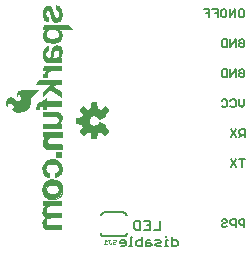
<source format=gbr>
G04 EAGLE Gerber RS-274X export*
G75*
%MOMM*%
%FSLAX34Y34*%
%LPD*%
%INSilkscreen Bottom*%
%IPPOS*%
%AMOC8*
5,1,8,0,0,1.08239X$1,22.5*%
G01*
%ADD10C,0.127000*%
%ADD11C,0.152400*%
%ADD12C,0.025400*%
%ADD13R,0.485100X0.495300*%
%ADD14C,0.203200*%

G36*
X112425Y97410D02*
X112425Y97410D01*
X112533Y97424D01*
X112545Y97430D01*
X112559Y97432D01*
X112655Y97484D01*
X112752Y97531D01*
X112762Y97541D01*
X112774Y97547D01*
X112848Y97627D01*
X112925Y97703D01*
X112931Y97715D01*
X112941Y97726D01*
X112986Y97824D01*
X113034Y97921D01*
X113038Y97939D01*
X113042Y97948D01*
X113044Y97969D01*
X113063Y98066D01*
X113506Y102417D01*
X114665Y102788D01*
X114683Y102798D01*
X114780Y102836D01*
X115862Y103393D01*
X119252Y100629D01*
X119346Y100575D01*
X119438Y100518D01*
X119451Y100515D01*
X119463Y100508D01*
X119570Y100487D01*
X119675Y100462D01*
X119689Y100464D01*
X119703Y100461D01*
X119810Y100476D01*
X119918Y100486D01*
X119931Y100492D01*
X119945Y100494D01*
X120042Y100542D01*
X120141Y100587D01*
X120154Y100598D01*
X120163Y100602D01*
X120178Y100618D01*
X120255Y100680D01*
X122840Y103265D01*
X122903Y103354D01*
X122969Y103439D01*
X122974Y103452D01*
X122982Y103464D01*
X123013Y103567D01*
X123049Y103670D01*
X123049Y103684D01*
X123053Y103697D01*
X123049Y103805D01*
X123050Y103914D01*
X123045Y103927D01*
X123045Y103941D01*
X123007Y104043D01*
X122972Y104145D01*
X122963Y104160D01*
X122959Y104169D01*
X122945Y104186D01*
X122891Y104268D01*
X120127Y107658D01*
X120684Y108740D01*
X120701Y108793D01*
X120727Y108842D01*
X120738Y108908D01*
X120759Y108972D01*
X120758Y109028D01*
X120767Y109082D01*
X120756Y109149D01*
X120755Y109216D01*
X120737Y109268D01*
X120728Y109323D01*
X120696Y109383D01*
X120673Y109446D01*
X120639Y109489D01*
X120613Y109539D01*
X120564Y109585D01*
X120522Y109637D01*
X120475Y109668D01*
X120435Y109706D01*
X120330Y109762D01*
X120317Y109770D01*
X120312Y109771D01*
X120305Y109775D01*
X115108Y111928D01*
X115009Y111951D01*
X114911Y111980D01*
X114890Y111979D01*
X114870Y111984D01*
X114769Y111974D01*
X114668Y111969D01*
X114648Y111962D01*
X114627Y111960D01*
X114535Y111918D01*
X114440Y111881D01*
X114424Y111868D01*
X114405Y111859D01*
X114331Y111790D01*
X114253Y111725D01*
X114237Y111702D01*
X114227Y111692D01*
X114215Y111671D01*
X114168Y111604D01*
X113662Y110705D01*
X113018Y110018D01*
X112230Y109503D01*
X111342Y109191D01*
X110405Y109099D01*
X109473Y109232D01*
X108599Y109583D01*
X107834Y110132D01*
X107221Y110846D01*
X106796Y111686D01*
X106582Y112603D01*
X106592Y113544D01*
X106826Y114456D01*
X107269Y115286D01*
X107898Y115987D01*
X108675Y116519D01*
X109556Y116850D01*
X110491Y116963D01*
X111408Y116855D01*
X112276Y116535D01*
X113045Y116021D01*
X113672Y115342D01*
X114167Y114458D01*
X114231Y114378D01*
X114291Y114295D01*
X114307Y114283D01*
X114320Y114267D01*
X114406Y114212D01*
X114489Y114152D01*
X114508Y114146D01*
X114525Y114136D01*
X114624Y114111D01*
X114723Y114081D01*
X114742Y114082D01*
X114762Y114077D01*
X114864Y114086D01*
X114966Y114089D01*
X114991Y114097D01*
X115005Y114098D01*
X115027Y114108D01*
X115108Y114132D01*
X120305Y116285D01*
X120352Y116314D01*
X120404Y116335D01*
X120455Y116378D01*
X120512Y116414D01*
X120547Y116457D01*
X120590Y116493D01*
X120624Y116550D01*
X120667Y116602D01*
X120686Y116654D01*
X120715Y116702D01*
X120729Y116768D01*
X120753Y116831D01*
X120755Y116886D01*
X120766Y116940D01*
X120759Y117007D01*
X120761Y117074D01*
X120745Y117128D01*
X120738Y117183D01*
X120694Y117294D01*
X120690Y117308D01*
X120687Y117312D01*
X120684Y117320D01*
X120127Y118402D01*
X122891Y121792D01*
X122945Y121886D01*
X123002Y121978D01*
X123005Y121991D01*
X123012Y122003D01*
X123033Y122110D01*
X123058Y122215D01*
X123056Y122229D01*
X123059Y122243D01*
X123044Y122350D01*
X123034Y122458D01*
X123028Y122471D01*
X123026Y122485D01*
X122978Y122582D01*
X122933Y122681D01*
X122922Y122694D01*
X122918Y122703D01*
X122902Y122718D01*
X122840Y122795D01*
X120255Y125380D01*
X120166Y125443D01*
X120081Y125509D01*
X120068Y125514D01*
X120056Y125522D01*
X119953Y125553D01*
X119850Y125589D01*
X119836Y125589D01*
X119823Y125593D01*
X119715Y125589D01*
X119606Y125590D01*
X119593Y125585D01*
X119579Y125585D01*
X119477Y125547D01*
X119375Y125512D01*
X119360Y125503D01*
X119351Y125499D01*
X119334Y125485D01*
X119252Y125431D01*
X115862Y122667D01*
X114780Y123224D01*
X114760Y123230D01*
X114665Y123272D01*
X113506Y123643D01*
X113063Y127994D01*
X113035Y128098D01*
X113010Y128204D01*
X113003Y128216D01*
X113000Y128229D01*
X112939Y128319D01*
X112882Y128412D01*
X112871Y128420D01*
X112863Y128432D01*
X112777Y128498D01*
X112693Y128567D01*
X112680Y128571D01*
X112669Y128580D01*
X112566Y128614D01*
X112465Y128653D01*
X112447Y128654D01*
X112438Y128658D01*
X112416Y128658D01*
X112318Y128667D01*
X108662Y128667D01*
X108555Y128650D01*
X108447Y128636D01*
X108435Y128630D01*
X108421Y128628D01*
X108325Y128576D01*
X108228Y128529D01*
X108218Y128519D01*
X108206Y128513D01*
X108132Y128433D01*
X108055Y128357D01*
X108049Y128345D01*
X108039Y128335D01*
X107994Y128236D01*
X107946Y128139D01*
X107942Y128121D01*
X107938Y128112D01*
X107936Y128091D01*
X107917Y127994D01*
X107474Y123643D01*
X106315Y123272D01*
X106297Y123262D01*
X106200Y123224D01*
X105118Y122667D01*
X101728Y125431D01*
X101634Y125485D01*
X101542Y125542D01*
X101529Y125545D01*
X101517Y125552D01*
X101410Y125573D01*
X101305Y125598D01*
X101291Y125596D01*
X101277Y125599D01*
X101170Y125584D01*
X101062Y125574D01*
X101049Y125568D01*
X101036Y125566D01*
X100938Y125518D01*
X100839Y125473D01*
X100826Y125462D01*
X100817Y125458D01*
X100802Y125442D01*
X100725Y125380D01*
X98140Y122795D01*
X98077Y122706D01*
X98011Y122621D01*
X98006Y122608D01*
X97998Y122596D01*
X97967Y122493D01*
X97931Y122390D01*
X97931Y122376D01*
X97927Y122363D01*
X97931Y122255D01*
X97930Y122146D01*
X97935Y122133D01*
X97935Y122119D01*
X97973Y122017D01*
X98008Y121915D01*
X98017Y121900D01*
X98021Y121891D01*
X98035Y121874D01*
X98089Y121792D01*
X100853Y118402D01*
X100296Y117320D01*
X100290Y117300D01*
X100248Y117205D01*
X99877Y116046D01*
X95526Y115603D01*
X95422Y115575D01*
X95316Y115550D01*
X95304Y115543D01*
X95291Y115540D01*
X95201Y115479D01*
X95108Y115422D01*
X95100Y115411D01*
X95088Y115403D01*
X95022Y115317D01*
X94954Y115233D01*
X94949Y115220D01*
X94940Y115209D01*
X94906Y115106D01*
X94867Y115005D01*
X94866Y114987D01*
X94862Y114978D01*
X94863Y114956D01*
X94853Y114858D01*
X94853Y111202D01*
X94870Y111095D01*
X94884Y110987D01*
X94890Y110975D01*
X94892Y110961D01*
X94944Y110865D01*
X94991Y110768D01*
X95001Y110758D01*
X95007Y110746D01*
X95087Y110672D01*
X95163Y110595D01*
X95175Y110589D01*
X95186Y110579D01*
X95284Y110534D01*
X95381Y110486D01*
X95399Y110482D01*
X95408Y110478D01*
X95429Y110476D01*
X95526Y110457D01*
X99877Y110014D01*
X100248Y108855D01*
X100258Y108837D01*
X100296Y108740D01*
X100853Y107658D01*
X98089Y104268D01*
X98035Y104174D01*
X97978Y104082D01*
X97975Y104069D01*
X97968Y104057D01*
X97947Y103950D01*
X97922Y103845D01*
X97924Y103831D01*
X97921Y103817D01*
X97936Y103710D01*
X97946Y103602D01*
X97952Y103589D01*
X97954Y103576D01*
X98002Y103478D01*
X98047Y103379D01*
X98058Y103366D01*
X98062Y103357D01*
X98078Y103342D01*
X98140Y103265D01*
X100725Y100680D01*
X100814Y100617D01*
X100899Y100551D01*
X100912Y100546D01*
X100924Y100538D01*
X101027Y100507D01*
X101130Y100471D01*
X101144Y100471D01*
X101157Y100467D01*
X101265Y100471D01*
X101374Y100470D01*
X101387Y100475D01*
X101401Y100475D01*
X101503Y100513D01*
X101605Y100548D01*
X101620Y100557D01*
X101629Y100561D01*
X101646Y100575D01*
X101728Y100629D01*
X105118Y103393D01*
X106200Y102836D01*
X106220Y102830D01*
X106315Y102788D01*
X107474Y102417D01*
X107917Y98066D01*
X107945Y97962D01*
X107970Y97856D01*
X107977Y97844D01*
X107980Y97831D01*
X108041Y97741D01*
X108098Y97648D01*
X108109Y97640D01*
X108117Y97628D01*
X108203Y97562D01*
X108287Y97494D01*
X108300Y97489D01*
X108311Y97480D01*
X108414Y97446D01*
X108515Y97407D01*
X108533Y97406D01*
X108542Y97402D01*
X108564Y97403D01*
X108662Y97393D01*
X112318Y97393D01*
X112425Y97410D01*
G37*
G36*
X47376Y119935D02*
X47376Y119935D01*
X47388Y119932D01*
X49295Y120220D01*
X49305Y120226D01*
X49317Y120226D01*
X51141Y120854D01*
X51150Y120861D01*
X51162Y120863D01*
X52843Y121810D01*
X52849Y121818D01*
X52860Y121821D01*
X53967Y122706D01*
X53971Y122714D01*
X53980Y122718D01*
X54007Y122746D01*
X54483Y123251D01*
X54952Y123749D01*
X54954Y123755D01*
X54956Y123756D01*
X54958Y123759D01*
X54963Y123763D01*
X55780Y124920D01*
X55782Y124930D01*
X55790Y124938D01*
X56390Y126168D01*
X56391Y126179D01*
X56399Y126189D01*
X56767Y127508D01*
X56765Y127519D01*
X56771Y127530D01*
X56895Y128894D01*
X56894Y128897D01*
X56894Y128898D01*
X56893Y128900D01*
X56895Y128905D01*
X56895Y131180D01*
X56960Y131548D01*
X57087Y131899D01*
X57676Y132889D01*
X58458Y133743D01*
X63940Y138615D01*
X63942Y138619D01*
X63947Y138621D01*
X63963Y138663D01*
X63982Y138704D01*
X63980Y138708D01*
X63982Y138713D01*
X63963Y138754D01*
X63948Y138796D01*
X63943Y138798D01*
X63941Y138802D01*
X63868Y138831D01*
X63857Y138835D01*
X63856Y138835D01*
X48692Y138835D01*
X48687Y138833D01*
X48681Y138835D01*
X47850Y138765D01*
X47839Y138759D01*
X47824Y138760D01*
X47025Y138520D01*
X47015Y138512D01*
X47001Y138510D01*
X46269Y138109D01*
X46261Y138099D01*
X46248Y138094D01*
X45698Y137624D01*
X45693Y137613D01*
X45681Y137606D01*
X45236Y137036D01*
X45233Y137024D01*
X45223Y137014D01*
X44902Y136366D01*
X44901Y136354D01*
X44893Y136342D01*
X44709Y135643D01*
X44711Y135632D01*
X44705Y135621D01*
X44632Y134681D01*
X44635Y134672D01*
X44632Y134661D01*
X44705Y133721D01*
X44707Y133717D01*
X44706Y133711D01*
X44782Y133228D01*
X44807Y133189D01*
X44828Y133149D01*
X44832Y133148D01*
X44834Y133145D01*
X44879Y133135D01*
X44923Y133123D01*
X44927Y133125D01*
X44931Y133124D01*
X44969Y133149D01*
X45008Y133173D01*
X45009Y133177D01*
X45013Y133179D01*
X45021Y133220D01*
X45033Y133260D01*
X45017Y133418D01*
X45045Y133556D01*
X45116Y133689D01*
X45715Y134513D01*
X45813Y134614D01*
X45829Y134631D01*
X45967Y134703D01*
X46382Y134796D01*
X46810Y134796D01*
X47226Y134703D01*
X47630Y134497D01*
X47958Y134184D01*
X48323Y133578D01*
X48530Y132900D01*
X48565Y132189D01*
X48468Y131579D01*
X48270Y130993D01*
X47977Y130450D01*
X47612Y130025D01*
X47152Y129710D01*
X46627Y129524D01*
X46071Y129481D01*
X45523Y129583D01*
X45020Y129823D01*
X44585Y130193D01*
X43044Y131646D01*
X43034Y131649D01*
X43028Y131658D01*
X41270Y132845D01*
X41257Y132847D01*
X41247Y132857D01*
X40559Y133137D01*
X40544Y133136D01*
X40529Y133145D01*
X39794Y133244D01*
X39779Y133240D01*
X39762Y133245D01*
X39025Y133158D01*
X39012Y133150D01*
X38994Y133150D01*
X38302Y132883D01*
X38291Y132872D01*
X38274Y132868D01*
X37671Y132437D01*
X37664Y132427D01*
X37652Y132421D01*
X37504Y132265D01*
X37504Y132264D01*
X37265Y132012D01*
X37027Y131760D01*
X37026Y131760D01*
X36994Y131725D01*
X36991Y131717D01*
X36983Y131712D01*
X36423Y130935D01*
X36420Y130925D01*
X36412Y130917D01*
X36024Y130137D01*
X36023Y130125D01*
X36015Y130114D01*
X35784Y129274D01*
X35785Y129262D01*
X35779Y129250D01*
X35713Y128382D01*
X35717Y128372D01*
X35713Y128360D01*
X35799Y127460D01*
X35803Y127451D01*
X35802Y127441D01*
X36022Y126563D01*
X36028Y126555D01*
X36029Y126543D01*
X36130Y126315D01*
X36282Y125959D01*
X36282Y125958D01*
X36503Y125454D01*
X36514Y125444D01*
X36519Y125427D01*
X36857Y124992D01*
X36864Y124989D01*
X36868Y124981D01*
X36893Y124956D01*
X36894Y124953D01*
X36986Y124918D01*
X37075Y124959D01*
X37108Y125044D01*
X37108Y125647D01*
X37166Y126158D01*
X37304Y126648D01*
X37559Y127129D01*
X37929Y127524D01*
X38389Y127810D01*
X38908Y127967D01*
X39211Y127979D01*
X39511Y127920D01*
X40005Y127714D01*
X40463Y127431D01*
X40873Y127080D01*
X41227Y126668D01*
X41878Y125766D01*
X42127Y125278D01*
X42225Y124749D01*
X42167Y124210D01*
X42102Y124036D01*
X41853Y123675D01*
X41514Y123401D01*
X41412Y123357D01*
X41291Y123341D01*
X40411Y123341D01*
X40370Y123324D01*
X40328Y123310D01*
X40326Y123305D01*
X40320Y123303D01*
X40304Y123262D01*
X40285Y123222D01*
X40287Y123216D01*
X40285Y123211D01*
X40297Y123184D01*
X40313Y123135D01*
X41234Y122009D01*
X41246Y122003D01*
X41253Y121991D01*
X42390Y121084D01*
X42401Y121081D01*
X42409Y121072D01*
X43343Y120570D01*
X43353Y120569D01*
X43361Y120563D01*
X44359Y120205D01*
X44368Y120205D01*
X44377Y120200D01*
X45416Y119993D01*
X45427Y119995D01*
X45437Y119991D01*
X47365Y119931D01*
X47376Y119935D01*
G37*
G36*
X77426Y178461D02*
X77426Y178461D01*
X77436Y178466D01*
X77448Y178464D01*
X78824Y178787D01*
X78833Y178794D01*
X78845Y178794D01*
X80145Y179350D01*
X80153Y179358D01*
X80164Y179360D01*
X81349Y180132D01*
X81355Y180141D01*
X81366Y180146D01*
X82073Y180803D01*
X82077Y180813D01*
X82087Y180819D01*
X82672Y181587D01*
X82674Y181598D01*
X82683Y181605D01*
X83129Y182461D01*
X83130Y182472D01*
X83138Y182481D01*
X83432Y183400D01*
X83431Y183410D01*
X83437Y183420D01*
X83626Y184632D01*
X83624Y184641D01*
X83627Y184650D01*
X83644Y185877D01*
X83641Y185885D01*
X83643Y185895D01*
X83488Y187112D01*
X83483Y187122D01*
X83483Y187134D01*
X83219Y187978D01*
X83211Y187988D01*
X83208Y188003D01*
X82771Y188772D01*
X82761Y188780D01*
X82756Y188794D01*
X82166Y189454D01*
X82154Y189460D01*
X82146Y189472D01*
X81430Y189992D01*
X81428Y189993D01*
X92532Y189993D01*
X92576Y190011D01*
X92620Y190028D01*
X92620Y190030D01*
X92623Y190031D01*
X92640Y190075D01*
X92658Y190119D01*
X92657Y190121D01*
X92658Y190123D01*
X92649Y190144D01*
X92626Y190204D01*
X88892Y194344D01*
X88886Y194346D01*
X88883Y194352D01*
X88823Y194376D01*
X88803Y194385D01*
X88800Y194384D01*
X88798Y194385D01*
X68224Y194385D01*
X68187Y194370D01*
X68148Y194360D01*
X68142Y194351D01*
X68133Y194347D01*
X68122Y194319D01*
X68100Y194283D01*
X67364Y190397D01*
X67367Y190382D01*
X67362Y190367D01*
X67377Y190335D01*
X67385Y190300D01*
X67398Y190292D01*
X67404Y190279D01*
X67443Y190264D01*
X67468Y190248D01*
X67479Y190251D01*
X67490Y190247D01*
X69407Y190271D01*
X69258Y190137D01*
X69257Y190136D01*
X69256Y190136D01*
X68291Y189247D01*
X68289Y189241D01*
X68282Y189237D01*
X67981Y188894D01*
X67977Y188883D01*
X67967Y188875D01*
X67734Y188481D01*
X67733Y188472D01*
X67726Y188464D01*
X67193Y187143D01*
X67193Y187132D01*
X67187Y187122D01*
X67085Y186640D01*
X67087Y186628D01*
X67082Y186616D01*
X67057Y184635D01*
X67061Y184624D01*
X67059Y184612D01*
X67242Y183527D01*
X67249Y183517D01*
X67249Y183503D01*
X67649Y182478D01*
X67657Y182471D01*
X67659Y182459D01*
X68200Y181557D01*
X68206Y181552D01*
X68209Y181543D01*
X68862Y180719D01*
X68872Y180713D01*
X68877Y180703D01*
X69767Y179911D01*
X69780Y179907D01*
X69789Y179895D01*
X70830Y179316D01*
X70842Y179314D01*
X70853Y179306D01*
X72966Y178632D01*
X72977Y178633D01*
X72988Y178627D01*
X75188Y178344D01*
X75199Y178347D01*
X75211Y178343D01*
X77426Y178461D01*
G37*
G36*
X83187Y20322D02*
X83187Y20322D01*
X83189Y20321D01*
X83232Y20341D01*
X83276Y20359D01*
X83276Y20361D01*
X83278Y20362D01*
X83311Y20447D01*
X83311Y24689D01*
X83310Y24691D01*
X83311Y24693D01*
X83291Y24736D01*
X83273Y24780D01*
X83271Y24780D01*
X83270Y24782D01*
X83185Y24815D01*
X72906Y24815D01*
X72026Y24922D01*
X71204Y25234D01*
X70821Y25495D01*
X70507Y25838D01*
X70281Y26244D01*
X70153Y26692D01*
X70085Y27596D01*
X70177Y28499D01*
X70303Y28909D01*
X70513Y29281D01*
X70799Y29599D01*
X71327Y29984D01*
X71922Y30257D01*
X72561Y30406D01*
X73664Y30481D01*
X83185Y30481D01*
X83187Y30482D01*
X83189Y30481D01*
X83232Y30501D01*
X83276Y30519D01*
X83276Y30521D01*
X83278Y30522D01*
X83311Y30607D01*
X83311Y34925D01*
X83310Y34927D01*
X83311Y34929D01*
X83291Y34972D01*
X83273Y35016D01*
X83271Y35016D01*
X83270Y35018D01*
X83185Y35051D01*
X72626Y35051D01*
X71963Y35131D01*
X71344Y35362D01*
X70797Y35732D01*
X70479Y36079D01*
X70246Y36488D01*
X70110Y36938D01*
X70079Y37415D01*
X70128Y38263D01*
X70210Y38703D01*
X70388Y39107D01*
X70654Y39462D01*
X71598Y40281D01*
X72136Y40565D01*
X72727Y40696D01*
X73349Y40666D01*
X73352Y40667D01*
X73355Y40666D01*
X83160Y40666D01*
X83162Y40667D01*
X83164Y40666D01*
X83207Y40686D01*
X83251Y40704D01*
X83251Y40706D01*
X83253Y40707D01*
X83286Y40792D01*
X83286Y45110D01*
X83285Y45112D01*
X83286Y45114D01*
X83266Y45157D01*
X83248Y45201D01*
X83246Y45201D01*
X83245Y45203D01*
X83160Y45236D01*
X67107Y45236D01*
X67105Y45235D01*
X67103Y45236D01*
X67060Y45216D01*
X67016Y45198D01*
X67016Y45196D01*
X67014Y45195D01*
X66981Y45110D01*
X66981Y41123D01*
X66982Y41121D01*
X66981Y41119D01*
X67001Y41076D01*
X67019Y41032D01*
X67021Y41032D01*
X67022Y41030D01*
X67107Y40997D01*
X69160Y40997D01*
X69153Y40966D01*
X68757Y40664D01*
X68754Y40658D01*
X68746Y40655D01*
X67959Y39893D01*
X67956Y39885D01*
X67949Y39881D01*
X67337Y39119D01*
X67333Y39105D01*
X67320Y39093D01*
X66916Y38203D01*
X66916Y38191D01*
X66908Y38180D01*
X66654Y37088D01*
X66656Y37079D01*
X66651Y37071D01*
X66524Y35699D01*
X66527Y35689D01*
X66524Y35678D01*
X66594Y34721D01*
X66599Y34711D01*
X66598Y34709D01*
X66599Y34707D01*
X66598Y34696D01*
X66859Y33773D01*
X66866Y33763D01*
X66868Y33750D01*
X67271Y32960D01*
X67280Y32952D01*
X67284Y32939D01*
X67830Y32241D01*
X67841Y32235D01*
X67847Y32223D01*
X68516Y31641D01*
X68528Y31638D01*
X68536Y31627D01*
X69194Y31247D01*
X69152Y31205D01*
X68671Y30750D01*
X68670Y30747D01*
X68667Y30746D01*
X67908Y29958D01*
X67905Y29949D01*
X67896Y29944D01*
X67258Y29055D01*
X67256Y29044D01*
X67248Y29036D01*
X66854Y28231D01*
X66854Y28219D01*
X66846Y28208D01*
X66614Y27343D01*
X66616Y27331D01*
X66610Y27319D01*
X66549Y26425D01*
X66552Y26416D01*
X66549Y26405D01*
X66656Y25126D01*
X66660Y25119D01*
X66658Y25112D01*
X66907Y23852D01*
X66913Y23843D01*
X66913Y23831D01*
X67239Y22965D01*
X67249Y22955D01*
X67252Y22940D01*
X67759Y22166D01*
X67771Y22159D01*
X67777Y22145D01*
X68441Y21499D01*
X68452Y21495D01*
X68455Y21490D01*
X68458Y21489D01*
X68462Y21483D01*
X69401Y20895D01*
X69414Y20893D01*
X69424Y20883D01*
X70463Y20497D01*
X70476Y20498D01*
X70488Y20491D01*
X71584Y20322D01*
X71593Y20325D01*
X71603Y20321D01*
X83185Y20321D01*
X83187Y20322D01*
G37*
G36*
X83188Y161683D02*
X83188Y161683D01*
X83214Y161684D01*
X83231Y161703D01*
X83253Y161713D01*
X83264Y161740D01*
X83280Y161758D01*
X83278Y161777D01*
X83286Y161798D01*
X83286Y165832D01*
X83289Y165868D01*
X83280Y165896D01*
X83276Y165936D01*
X83257Y165973D01*
X83235Y165992D01*
X83211Y166024D01*
X83175Y166046D01*
X83158Y166048D01*
X83142Y166060D01*
X82862Y166136D01*
X82859Y166135D01*
X82856Y166137D01*
X81827Y166364D01*
X81804Y166374D01*
X81798Y166380D01*
X81796Y166388D01*
X81797Y166397D01*
X81813Y166421D01*
X82516Y167248D01*
X82520Y167259D01*
X82530Y167268D01*
X83070Y168219D01*
X83071Y168230D01*
X83080Y168240D01*
X83432Y169275D01*
X83431Y169287D01*
X83437Y169297D01*
X83678Y170915D01*
X83675Y170925D01*
X83679Y170936D01*
X83641Y172571D01*
X83636Y172582D01*
X83638Y172596D01*
X83330Y173968D01*
X83322Y173979D01*
X83321Y173994D01*
X82715Y175263D01*
X82705Y175272D01*
X82701Y175286D01*
X82359Y175734D01*
X82349Y175740D01*
X82343Y175752D01*
X81923Y176129D01*
X81912Y176133D01*
X81904Y176143D01*
X81421Y176435D01*
X81410Y176437D01*
X81400Y176445D01*
X80407Y176818D01*
X80396Y176818D01*
X80385Y176824D01*
X79341Y177013D01*
X79330Y177010D01*
X79318Y177015D01*
X78257Y177012D01*
X78245Y177007D01*
X78230Y177009D01*
X77289Y176803D01*
X77277Y176794D01*
X77260Y176793D01*
X76398Y176364D01*
X76389Y176354D01*
X76374Y176349D01*
X75765Y175851D01*
X75759Y175840D01*
X75747Y175833D01*
X75249Y175223D01*
X75246Y175211D01*
X75235Y175202D01*
X74869Y174506D01*
X74868Y174495D01*
X74861Y174486D01*
X74377Y173001D01*
X74378Y172993D01*
X74373Y172984D01*
X74095Y171447D01*
X74096Y171443D01*
X74093Y171438D01*
X73865Y169232D01*
X73639Y167926D01*
X73474Y167457D01*
X73228Y167029D01*
X72967Y166745D01*
X72880Y166685D01*
X72783Y166643D01*
X72262Y166532D01*
X71731Y166532D01*
X71210Y166643D01*
X70896Y166782D01*
X70617Y166981D01*
X70383Y167234D01*
X70190Y167548D01*
X70062Y167894D01*
X70001Y168263D01*
X69951Y169618D01*
X70005Y170205D01*
X70170Y170766D01*
X70425Y171230D01*
X70781Y171620D01*
X71219Y171915D01*
X71714Y172099D01*
X72246Y172162D01*
X72288Y172162D01*
X72290Y172163D01*
X72292Y172162D01*
X72335Y172182D01*
X72379Y172200D01*
X72379Y172202D01*
X72381Y172203D01*
X72414Y172288D01*
X72414Y176429D01*
X72416Y176430D01*
X72426Y176472D01*
X72440Y176514D01*
X72437Y176520D01*
X72438Y176526D01*
X72422Y176551D01*
X72402Y176596D01*
X72376Y176621D01*
X72333Y176637D01*
X72284Y176656D01*
X72241Y176636D01*
X72198Y176617D01*
X71307Y176495D01*
X71296Y176489D01*
X71281Y176489D01*
X70340Y176155D01*
X70330Y176146D01*
X70316Y176143D01*
X69463Y175624D01*
X69455Y175613D01*
X69442Y175608D01*
X68712Y174925D01*
X68707Y174913D01*
X68695Y174905D01*
X68121Y174088D01*
X68118Y174076D01*
X68109Y174067D01*
X67580Y172909D01*
X67580Y172899D01*
X67573Y172890D01*
X67239Y171661D01*
X67240Y171652D01*
X67236Y171643D01*
X67022Y169903D01*
X67025Y169895D01*
X67022Y169887D01*
X67030Y168133D01*
X67033Y168126D01*
X67031Y168117D01*
X67261Y166378D01*
X67266Y166370D01*
X67265Y166359D01*
X67690Y164945D01*
X67698Y164936D01*
X67699Y164922D01*
X68393Y163619D01*
X68403Y163610D01*
X68408Y163596D01*
X68891Y163034D01*
X68905Y163027D01*
X68914Y163013D01*
X69519Y162586D01*
X69534Y162583D01*
X69546Y162571D01*
X70237Y162304D01*
X70252Y162305D01*
X70267Y162297D01*
X71003Y162206D01*
X71010Y162208D01*
X71018Y162205D01*
X75844Y162205D01*
X75846Y162206D01*
X75848Y162205D01*
X75863Y162212D01*
X75947Y162180D01*
X80285Y162205D01*
X81622Y162103D01*
X82917Y161754D01*
X83116Y161680D01*
X83141Y161681D01*
X83164Y161672D01*
X83188Y161683D01*
G37*
G36*
X83225Y132238D02*
X83225Y132238D01*
X83237Y132236D01*
X83268Y132258D01*
X83304Y132275D01*
X83308Y132286D01*
X83317Y132292D01*
X83322Y132322D01*
X83336Y132360D01*
X83311Y137440D01*
X83304Y137457D01*
X83306Y137475D01*
X83284Y137504D01*
X83272Y137530D01*
X83260Y137535D01*
X83250Y137547D01*
X76272Y141780D01*
X76478Y141992D01*
X76600Y142119D01*
X76723Y142245D01*
X77091Y142624D01*
X77214Y142750D01*
X77337Y142876D01*
X77705Y143255D01*
X77827Y143381D01*
X77879Y143435D01*
X83287Y143435D01*
X83289Y143436D01*
X83291Y143435D01*
X83334Y143455D01*
X83378Y143473D01*
X83378Y143475D01*
X83380Y143476D01*
X83413Y143561D01*
X83413Y147701D01*
X83412Y147704D01*
X83413Y147707D01*
X83376Y147790D01*
X83325Y147841D01*
X83322Y147843D01*
X83321Y147845D01*
X83236Y147878D01*
X63906Y147878D01*
X63887Y147870D01*
X63867Y147872D01*
X63840Y147851D01*
X63815Y147840D01*
X63810Y147826D01*
X63796Y147815D01*
X61434Y143675D01*
X61430Y143640D01*
X61418Y143608D01*
X61425Y143593D01*
X61423Y143577D01*
X61445Y143550D01*
X61459Y143519D01*
X61475Y143512D01*
X61485Y143500D01*
X61512Y143498D01*
X61544Y143486D01*
X72974Y143486D01*
X67500Y138011D01*
X67499Y138008D01*
X67496Y138007D01*
X67463Y137922D01*
X67463Y133248D01*
X67463Y133246D01*
X67463Y133245D01*
X67483Y133201D01*
X67501Y133157D01*
X67503Y133157D01*
X67504Y133155D01*
X67548Y133139D01*
X67593Y133122D01*
X67595Y133123D01*
X67596Y133122D01*
X67679Y133160D01*
X73245Y138851D01*
X83140Y132254D01*
X83178Y132247D01*
X83215Y132233D01*
X83225Y132238D01*
G37*
G36*
X83187Y106022D02*
X83187Y106022D01*
X83189Y106021D01*
X83232Y106041D01*
X83276Y106059D01*
X83276Y106061D01*
X83278Y106062D01*
X83311Y106147D01*
X83311Y110160D01*
X83310Y110162D01*
X83311Y110164D01*
X83291Y110207D01*
X83273Y110251D01*
X83271Y110251D01*
X83270Y110253D01*
X83185Y110286D01*
X81128Y110286D01*
X81769Y110793D01*
X81773Y110801D01*
X81782Y110805D01*
X81831Y110857D01*
X81951Y110983D01*
X82071Y111109D01*
X82190Y111235D01*
X82310Y111362D01*
X82430Y111488D01*
X82550Y111614D01*
X82567Y111632D01*
X82570Y111641D01*
X82578Y111646D01*
X83237Y112576D01*
X83239Y112585D01*
X83247Y112593D01*
X83370Y112838D01*
X83370Y112849D01*
X83377Y112858D01*
X83458Y113120D01*
X83457Y113129D01*
X83462Y113138D01*
X83686Y114616D01*
X83683Y114624D01*
X83687Y114632D01*
X83717Y116126D01*
X83713Y116136D01*
X83716Y116147D01*
X83569Y117180D01*
X83563Y117191D01*
X83563Y117204D01*
X83220Y118190D01*
X83212Y118199D01*
X83210Y118212D01*
X82684Y119114D01*
X82674Y119121D01*
X82669Y119134D01*
X82441Y119388D01*
X82430Y119394D01*
X82422Y119405D01*
X81537Y120066D01*
X81526Y120068D01*
X81517Y120078D01*
X80527Y120566D01*
X80515Y120566D01*
X80505Y120574D01*
X79442Y120874D01*
X79431Y120872D01*
X79419Y120878D01*
X78320Y120979D01*
X78314Y120977D01*
X78308Y120979D01*
X67513Y120979D01*
X67511Y120978D01*
X67509Y120979D01*
X67466Y120959D01*
X67422Y120941D01*
X67422Y120939D01*
X67420Y120938D01*
X67387Y120853D01*
X67387Y116713D01*
X67388Y116711D01*
X67387Y116709D01*
X67407Y116666D01*
X67425Y116622D01*
X67427Y116622D01*
X67428Y116620D01*
X67513Y116587D01*
X77510Y116587D01*
X78340Y116438D01*
X79108Y116095D01*
X79470Y115823D01*
X79771Y115482D01*
X79996Y115087D01*
X80219Y114398D01*
X80299Y113679D01*
X80232Y112958D01*
X80020Y112267D01*
X79732Y111757D01*
X79335Y111326D01*
X78850Y110999D01*
X78300Y110790D01*
X77096Y110565D01*
X75866Y110489D01*
X67564Y110489D01*
X67562Y110488D01*
X67560Y110489D01*
X67517Y110469D01*
X67473Y110451D01*
X67473Y110449D01*
X67471Y110448D01*
X67438Y110363D01*
X67438Y106147D01*
X67439Y106145D01*
X67438Y106143D01*
X67458Y106100D01*
X67476Y106056D01*
X67478Y106056D01*
X67479Y106054D01*
X67564Y106021D01*
X83185Y106021D01*
X83187Y106022D01*
G37*
G36*
X83162Y88877D02*
X83162Y88877D01*
X83164Y88876D01*
X83207Y88896D01*
X83251Y88914D01*
X83251Y88916D01*
X83253Y88917D01*
X83286Y89002D01*
X83286Y93091D01*
X83285Y93093D01*
X83286Y93095D01*
X83266Y93138D01*
X83248Y93182D01*
X83246Y93182D01*
X83245Y93184D01*
X83160Y93217D01*
X73514Y93217D01*
X72796Y93282D01*
X72108Y93473D01*
X71466Y93783D01*
X71079Y94079D01*
X70770Y94453D01*
X70553Y94888D01*
X70476Y95188D01*
X70459Y95504D01*
X70509Y96609D01*
X70596Y97165D01*
X70800Y97681D01*
X71114Y98138D01*
X71683Y98655D01*
X72362Y99018D01*
X73112Y99235D01*
X73895Y99315D01*
X83261Y99315D01*
X83263Y99316D01*
X83265Y99315D01*
X83308Y99335D01*
X83352Y99353D01*
X83352Y99355D01*
X83354Y99356D01*
X83387Y99441D01*
X83387Y103657D01*
X83386Y103659D01*
X83387Y103661D01*
X83367Y103704D01*
X83349Y103748D01*
X83347Y103748D01*
X83346Y103750D01*
X83261Y103783D01*
X67539Y103783D01*
X67537Y103782D01*
X67535Y103783D01*
X67492Y103763D01*
X67448Y103745D01*
X67448Y103743D01*
X67446Y103742D01*
X67413Y103657D01*
X67413Y99619D01*
X67414Y99617D01*
X67413Y99615D01*
X67433Y99572D01*
X67451Y99528D01*
X67453Y99528D01*
X67454Y99526D01*
X67539Y99493D01*
X69607Y99493D01*
X69578Y99451D01*
X69442Y99337D01*
X69064Y99060D01*
X69062Y99056D01*
X69057Y99054D01*
X68584Y98652D01*
X68580Y98645D01*
X68572Y98641D01*
X68156Y98180D01*
X68153Y98170D01*
X68143Y98162D01*
X67576Y97264D01*
X67573Y97251D01*
X67564Y97240D01*
X67195Y96244D01*
X67195Y96231D01*
X67188Y96218D01*
X67033Y95166D01*
X67036Y95156D01*
X67032Y95145D01*
X67040Y94806D01*
X67040Y94805D01*
X67062Y93922D01*
X67072Y93543D01*
X67082Y93139D01*
X67086Y93129D01*
X67084Y93116D01*
X67290Y92139D01*
X67298Y92127D01*
X67299Y92111D01*
X67721Y91206D01*
X67732Y91197D01*
X67736Y91182D01*
X68354Y90397D01*
X68365Y90391D01*
X68371Y90379D01*
X68946Y89890D01*
X68957Y89887D01*
X68964Y89877D01*
X69613Y89493D01*
X69624Y89491D01*
X69633Y89483D01*
X70338Y89214D01*
X70347Y89214D01*
X70356Y89209D01*
X71463Y88969D01*
X71472Y88971D01*
X71480Y88967D01*
X72609Y88876D01*
X72614Y88878D01*
X72619Y88876D01*
X83160Y88876D01*
X83162Y88877D01*
G37*
G36*
X76774Y47068D02*
X76774Y47068D01*
X76782Y47072D01*
X76793Y47071D01*
X79257Y47757D01*
X79271Y47768D01*
X79290Y47772D01*
X80585Y48585D01*
X80594Y48597D01*
X80609Y48605D01*
X81752Y49799D01*
X81756Y49808D01*
X81764Y49813D01*
X82551Y50930D01*
X82555Y50947D01*
X82567Y50962D01*
X83202Y52816D01*
X83201Y52830D01*
X83209Y52844D01*
X83463Y55359D01*
X83458Y55373D01*
X83462Y55389D01*
X83056Y58386D01*
X83044Y58407D01*
X83038Y58436D01*
X81260Y61281D01*
X81248Y61290D01*
X81243Y61299D01*
X81234Y61302D01*
X81221Y61320D01*
X78732Y62920D01*
X78709Y62924D01*
X78684Y62939D01*
X74798Y63549D01*
X74776Y63543D01*
X74750Y63547D01*
X71194Y62734D01*
X71173Y62719D01*
X71144Y62710D01*
X68426Y60576D01*
X68414Y60554D01*
X68391Y60533D01*
X66714Y57155D01*
X66713Y57135D01*
X66702Y57114D01*
X66525Y55641D01*
X66527Y55634D01*
X66524Y55626D01*
X66524Y55575D01*
X66532Y55555D01*
X66533Y55529D01*
X66583Y55402D01*
X66603Y55381D01*
X66615Y55355D01*
X66637Y55346D01*
X66652Y55331D01*
X66675Y55332D01*
X66700Y55322D01*
X69621Y55322D01*
X69661Y55339D01*
X69702Y55351D01*
X69706Y55358D01*
X69712Y55360D01*
X69723Y55388D01*
X69746Y55431D01*
X69896Y56526D01*
X70531Y57674D01*
X71615Y58462D01*
X72504Y58858D01*
X73978Y59132D01*
X75837Y59183D01*
X77086Y59008D01*
X78234Y58633D01*
X79261Y58095D01*
X80269Y56447D01*
X80491Y54699D01*
X79899Y52948D01*
X78918Y51869D01*
X77708Y51326D01*
X76160Y50951D01*
X74735Y50951D01*
X72806Y51202D01*
X71194Y51946D01*
X70385Y52780D01*
X69872Y53733D01*
X69773Y54920D01*
X69773Y55016D01*
X69772Y55019D01*
X69773Y55022D01*
X69753Y55064D01*
X69735Y55107D01*
X69732Y55108D01*
X69730Y55111D01*
X69645Y55142D01*
X69643Y55142D01*
X66673Y55092D01*
X66664Y55088D01*
X66655Y55091D01*
X66620Y55069D01*
X66583Y55052D01*
X66580Y55044D01*
X66572Y55039D01*
X66559Y54987D01*
X66549Y54960D01*
X66551Y54955D01*
X66550Y54950D01*
X66804Y52943D01*
X66810Y52932D01*
X66810Y52918D01*
X67369Y51292D01*
X67380Y51280D01*
X67384Y51261D01*
X68755Y49280D01*
X68768Y49272D01*
X68777Y49256D01*
X70047Y48164D01*
X70063Y48159D01*
X70078Y48145D01*
X72415Y47104D01*
X72432Y47103D01*
X72450Y47094D01*
X74635Y46814D01*
X74650Y46818D01*
X74666Y46814D01*
X76774Y47068D01*
G37*
G36*
X79384Y196292D02*
X79384Y196292D01*
X79392Y196296D01*
X79402Y196295D01*
X80066Y196438D01*
X80076Y196444D01*
X80089Y196445D01*
X80714Y196711D01*
X80723Y196719D01*
X80735Y196722D01*
X81299Y197101D01*
X81306Y197111D01*
X81317Y197116D01*
X82060Y197842D01*
X82064Y197852D01*
X82075Y197858D01*
X82681Y198702D01*
X82683Y198712D01*
X82692Y198721D01*
X83143Y199656D01*
X83144Y199667D01*
X83151Y199677D01*
X83434Y200677D01*
X83432Y200685D01*
X83437Y200694D01*
X83619Y202008D01*
X83618Y202015D01*
X83620Y202021D01*
X83667Y203348D01*
X83665Y203354D01*
X83667Y203361D01*
X83489Y205927D01*
X83484Y205936D01*
X83486Y205946D01*
X83274Y206867D01*
X83266Y206878D01*
X83265Y206892D01*
X82868Y207749D01*
X82861Y207755D01*
X82859Y207764D01*
X82097Y208958D01*
X82091Y208963D01*
X82088Y208971D01*
X81657Y209486D01*
X81646Y209491D01*
X81640Y209503D01*
X81116Y209923D01*
X81105Y209927D01*
X81096Y209937D01*
X80500Y210246D01*
X80491Y210247D01*
X80483Y210254D01*
X79213Y210686D01*
X79203Y210685D01*
X79194Y210690D01*
X78610Y210792D01*
X78603Y210791D01*
X78597Y210794D01*
X78241Y210819D01*
X78234Y210817D01*
X78228Y210819D01*
X78202Y210807D01*
X78172Y210804D01*
X78171Y210803D01*
X78170Y210803D01*
X78161Y210792D01*
X78148Y210787D01*
X78145Y210781D01*
X78139Y210778D01*
X78127Y210748D01*
X78111Y210728D01*
X78111Y210726D01*
X78110Y210725D01*
X78111Y210710D01*
X78106Y210698D01*
X78107Y210696D01*
X78106Y210693D01*
X78106Y206832D01*
X78107Y206830D01*
X78106Y206828D01*
X78126Y206785D01*
X78144Y206741D01*
X78146Y206741D01*
X78147Y206739D01*
X78232Y206706D01*
X78279Y206706D01*
X78776Y206677D01*
X79238Y206531D01*
X79652Y206275D01*
X80095Y205833D01*
X80432Y205306D01*
X80649Y204719D01*
X80722Y204157D01*
X80722Y202827D01*
X80648Y202224D01*
X80451Y201657D01*
X80139Y201144D01*
X80049Y201053D01*
X79924Y200927D01*
X79855Y200857D01*
X79510Y200648D01*
X79125Y200531D01*
X78721Y200514D01*
X78326Y200599D01*
X77964Y200780D01*
X77660Y201045D01*
X77429Y201381D01*
X76959Y202488D01*
X76653Y203661D01*
X75790Y207293D01*
X75785Y207300D01*
X75785Y207309D01*
X75479Y208117D01*
X75473Y208124D01*
X75471Y208134D01*
X75044Y208885D01*
X75037Y208891D01*
X75033Y208901D01*
X74496Y209578D01*
X74486Y209583D01*
X74480Y209594D01*
X74095Y209931D01*
X74082Y209935D01*
X74073Y209946D01*
X73626Y210195D01*
X73613Y210196D01*
X73602Y210205D01*
X73113Y210357D01*
X73101Y210355D01*
X73088Y210362D01*
X71952Y210467D01*
X71939Y210464D01*
X71926Y210467D01*
X70792Y210338D01*
X70781Y210332D01*
X70767Y210333D01*
X69683Y209975D01*
X69674Y209967D01*
X69660Y209965D01*
X69138Y209666D01*
X69131Y209656D01*
X69118Y209651D01*
X68663Y209257D01*
X68658Y209246D01*
X68647Y209239D01*
X68277Y208763D01*
X68274Y208752D01*
X68265Y208743D01*
X67611Y207462D01*
X67610Y207451D01*
X67603Y207441D01*
X67192Y206063D01*
X67193Y206052D01*
X67187Y206040D01*
X67032Y204611D01*
X67034Y204604D01*
X67032Y204597D01*
X67032Y202794D01*
X67034Y202788D01*
X67032Y202781D01*
X67172Y201388D01*
X67177Y201379D01*
X67176Y201368D01*
X67544Y200017D01*
X67552Y200008D01*
X67553Y199994D01*
X68091Y198897D01*
X68101Y198888D01*
X68105Y198874D01*
X68862Y197915D01*
X68872Y197909D01*
X68878Y197898D01*
X69273Y197550D01*
X69282Y197547D01*
X69288Y197538D01*
X69730Y197252D01*
X69740Y197250D01*
X69747Y197243D01*
X70535Y196887D01*
X70540Y196887D01*
X70544Y196883D01*
X71102Y196680D01*
X71136Y196682D01*
X71170Y196675D01*
X71184Y196684D01*
X71196Y196675D01*
X71202Y196677D01*
X71209Y196673D01*
X71920Y196597D01*
X71928Y196600D01*
X71937Y196597D01*
X71974Y196614D01*
X72014Y196626D01*
X72018Y196634D01*
X72026Y196638D01*
X72046Y196688D01*
X72059Y196714D01*
X72057Y196718D01*
X72059Y196723D01*
X72059Y200609D01*
X72041Y200653D01*
X72023Y200697D01*
X72022Y200698D01*
X72021Y200700D01*
X72002Y200707D01*
X71941Y200735D01*
X71681Y200751D01*
X71438Y200806D01*
X71086Y200956D01*
X70773Y201174D01*
X70509Y201450D01*
X70238Y201872D01*
X70049Y202339D01*
X69951Y202835D01*
X69907Y203683D01*
X69951Y204531D01*
X70036Y204980D01*
X70193Y205404D01*
X70388Y205705D01*
X70656Y205938D01*
X70998Y206093D01*
X71370Y206141D01*
X71739Y206076D01*
X72100Y205892D01*
X72393Y205609D01*
X72809Y204934D01*
X73081Y204182D01*
X73485Y202159D01*
X73486Y202158D01*
X73486Y202157D01*
X73867Y200434D01*
X73872Y200427D01*
X73872Y200418D01*
X74482Y198762D01*
X74488Y198756D01*
X74489Y198746D01*
X74894Y197990D01*
X74901Y197984D01*
X74904Y197975D01*
X75412Y197283D01*
X75422Y197278D01*
X75427Y197266D01*
X75777Y196934D01*
X75789Y196929D01*
X75798Y196918D01*
X76210Y196666D01*
X76224Y196664D01*
X76236Y196654D01*
X77239Y196317D01*
X77254Y196318D01*
X77268Y196310D01*
X78323Y196216D01*
X78332Y196219D01*
X78343Y196216D01*
X79384Y196292D01*
G37*
G36*
X77245Y64620D02*
X77245Y64620D01*
X77249Y64619D01*
X77724Y64651D01*
X77731Y64655D01*
X77741Y64653D01*
X78206Y64748D01*
X78215Y64754D01*
X78227Y64754D01*
X79618Y65296D01*
X79627Y65305D01*
X79641Y65308D01*
X80892Y66123D01*
X80899Y66134D01*
X80912Y66139D01*
X81970Y67192D01*
X81975Y67204D01*
X81987Y67213D01*
X82807Y68460D01*
X82810Y68471D01*
X82818Y68480D01*
X83280Y69573D01*
X83280Y69583D01*
X83286Y69592D01*
X83568Y70745D01*
X83567Y70755D01*
X83571Y70765D01*
X83667Y71948D01*
X83664Y71956D01*
X83667Y71966D01*
X83568Y73552D01*
X83565Y73559D01*
X83566Y73567D01*
X83284Y75130D01*
X83279Y75138D01*
X83280Y75148D01*
X82925Y76218D01*
X82919Y76226D01*
X82917Y76237D01*
X82391Y77234D01*
X82383Y77241D01*
X82379Y77252D01*
X81695Y78148D01*
X81686Y78153D01*
X81681Y78164D01*
X80858Y78934D01*
X80849Y78938D01*
X80842Y78947D01*
X79826Y79629D01*
X79816Y79631D01*
X79808Y79639D01*
X78698Y80153D01*
X78688Y80154D01*
X78679Y80160D01*
X77501Y80494D01*
X77491Y80493D01*
X77482Y80498D01*
X76266Y80643D01*
X76257Y80641D01*
X76247Y80644D01*
X73758Y80568D01*
X73749Y80564D01*
X73737Y80566D01*
X72247Y80268D01*
X72237Y80261D01*
X72224Y80261D01*
X70818Y79684D01*
X70810Y79676D01*
X70797Y79673D01*
X69526Y78839D01*
X69520Y78829D01*
X69508Y78824D01*
X68420Y77763D01*
X68415Y77752D01*
X68404Y77744D01*
X67539Y76495D01*
X67536Y76483D01*
X67527Y76474D01*
X66915Y75083D01*
X66915Y75071D01*
X66908Y75059D01*
X66575Y73553D01*
X66578Y73541D01*
X66572Y73528D01*
X66549Y71986D01*
X66552Y71977D01*
X66550Y71968D01*
X66739Y70533D01*
X66742Y70528D01*
X66741Y70522D01*
X67060Y69111D01*
X67066Y69103D01*
X67066Y69093D01*
X67523Y67936D01*
X67533Y67926D01*
X67536Y67912D01*
X68233Y66881D01*
X68244Y66874D01*
X68251Y66860D01*
X69154Y66005D01*
X69166Y66000D01*
X69176Y65988D01*
X70242Y65348D01*
X70254Y65346D01*
X70263Y65338D01*
X71418Y64913D01*
X71428Y64913D01*
X71437Y64908D01*
X72645Y64671D01*
X72659Y64674D01*
X72673Y64669D01*
X72706Y64684D01*
X72741Y64691D01*
X72749Y64704D01*
X72762Y64710D01*
X72778Y64749D01*
X72794Y64775D01*
X72791Y64785D01*
X72795Y64795D01*
X72795Y68986D01*
X72794Y68988D01*
X72795Y68990D01*
X72775Y69033D01*
X72757Y69077D01*
X72755Y69077D01*
X72754Y69079D01*
X72669Y69112D01*
X72651Y69112D01*
X72072Y69179D01*
X71530Y69372D01*
X71045Y69683D01*
X70644Y70096D01*
X70346Y70589D01*
X70085Y71381D01*
X70002Y72213D01*
X70068Y73053D01*
X70249Y73874D01*
X70435Y74288D01*
X70725Y74635D01*
X71636Y75322D01*
X72661Y75827D01*
X73764Y76132D01*
X74905Y76225D01*
X76465Y76096D01*
X77989Y75750D01*
X78706Y75435D01*
X79325Y74960D01*
X79814Y74352D01*
X80144Y73644D01*
X80325Y72865D01*
X80366Y72065D01*
X80293Y71474D01*
X80120Y70905D01*
X79852Y70375D01*
X79507Y69932D01*
X79075Y69574D01*
X78485Y69253D01*
X77848Y69038D01*
X77172Y68934D01*
X77136Y68912D01*
X77098Y68894D01*
X77095Y68886D01*
X77088Y68882D01*
X77082Y68852D01*
X77065Y68809D01*
X77065Y64745D01*
X77066Y64743D01*
X77065Y64741D01*
X77085Y64698D01*
X77103Y64654D01*
X77105Y64654D01*
X77106Y64652D01*
X77191Y64619D01*
X77241Y64619D01*
X77245Y64620D01*
G37*
G36*
X64696Y121922D02*
X64696Y121922D01*
X64698Y121921D01*
X64741Y121941D01*
X64785Y121959D01*
X64785Y121961D01*
X64787Y121962D01*
X64820Y122047D01*
X64820Y122123D01*
X64818Y122128D01*
X64820Y122135D01*
X64794Y122415D01*
X64709Y123330D01*
X64792Y124230D01*
X64889Y124512D01*
X65059Y124752D01*
X65291Y124934D01*
X65714Y125109D01*
X66176Y125172D01*
X67438Y125172D01*
X67438Y122326D01*
X67439Y122324D01*
X67438Y122322D01*
X67458Y122279D01*
X67476Y122235D01*
X67478Y122235D01*
X67479Y122233D01*
X67564Y122200D01*
X70231Y122200D01*
X70233Y122201D01*
X70235Y122200D01*
X70278Y122220D01*
X70322Y122238D01*
X70322Y122240D01*
X70324Y122241D01*
X70357Y122326D01*
X70357Y125198D01*
X83261Y125198D01*
X83263Y125199D01*
X83265Y125198D01*
X83308Y125218D01*
X83352Y125236D01*
X83352Y125238D01*
X83354Y125239D01*
X83387Y125324D01*
X83387Y129489D01*
X83386Y129491D01*
X83387Y129493D01*
X83367Y129536D01*
X83349Y129580D01*
X83347Y129580D01*
X83346Y129582D01*
X83261Y129615D01*
X70381Y129615D01*
X70357Y133478D01*
X70357Y133479D01*
X70337Y133524D01*
X70318Y133568D01*
X70317Y133569D01*
X70272Y133586D01*
X70226Y133603D01*
X70225Y133603D01*
X70142Y133566D01*
X67475Y130899D01*
X67474Y130896D01*
X67471Y130895D01*
X67438Y130810D01*
X67438Y129564D01*
X67107Y129564D01*
X67102Y129562D01*
X67097Y129564D01*
X64963Y129387D01*
X64953Y129382D01*
X64941Y129383D01*
X64374Y129235D01*
X64365Y129228D01*
X64353Y129227D01*
X63822Y128979D01*
X63814Y128970D01*
X63802Y128967D01*
X63325Y128627D01*
X63319Y128617D01*
X63307Y128611D01*
X62597Y127868D01*
X62593Y127857D01*
X62582Y127849D01*
X62032Y126981D01*
X62030Y126969D01*
X62021Y126959D01*
X61652Y126001D01*
X61652Y125988D01*
X61645Y125977D01*
X61471Y124964D01*
X61473Y124954D01*
X61470Y124947D01*
X61469Y124943D01*
X61469Y123393D01*
X61470Y123390D01*
X61469Y123386D01*
X61545Y122069D01*
X61545Y122047D01*
X61546Y122045D01*
X61545Y122043D01*
X61565Y122000D01*
X61583Y121956D01*
X61585Y121956D01*
X61586Y121954D01*
X61671Y121921D01*
X64694Y121921D01*
X64696Y121922D01*
G37*
G36*
X71122Y149506D02*
X71122Y149506D01*
X71124Y149505D01*
X71167Y149525D01*
X71211Y149543D01*
X71211Y149545D01*
X71213Y149546D01*
X71246Y149631D01*
X71246Y149657D01*
X71242Y149666D01*
X71245Y149678D01*
X71220Y149830D01*
X71218Y149832D01*
X71219Y149835D01*
X71094Y150432D01*
X71094Y151957D01*
X71186Y152499D01*
X71367Y153017D01*
X71631Y153496D01*
X72191Y154163D01*
X72883Y154688D01*
X73676Y155049D01*
X74495Y155249D01*
X75341Y155322D01*
X83160Y155322D01*
X83162Y155323D01*
X83164Y155322D01*
X83207Y155342D01*
X83251Y155360D01*
X83251Y155362D01*
X83253Y155363D01*
X83286Y155448D01*
X83286Y159614D01*
X83285Y159616D01*
X83286Y159618D01*
X83266Y159661D01*
X83248Y159705D01*
X83246Y159706D01*
X83245Y159708D01*
X83160Y159740D01*
X68275Y159714D01*
X68237Y159698D01*
X68198Y159688D01*
X68193Y159679D01*
X68184Y159676D01*
X68173Y159647D01*
X68151Y159610D01*
X67465Y155749D01*
X67468Y155736D01*
X67463Y155723D01*
X67478Y155689D01*
X67487Y155653D01*
X67498Y155646D01*
X67504Y155634D01*
X67545Y155618D01*
X67571Y155602D01*
X67580Y155604D01*
X67589Y155601D01*
X70369Y155601D01*
X70354Y155554D01*
X70086Y155375D01*
X69044Y154689D01*
X69040Y154684D01*
X69033Y154681D01*
X68650Y154365D01*
X68643Y154352D01*
X68630Y154344D01*
X68328Y153950D01*
X68327Y153945D01*
X68323Y153942D01*
X67738Y153053D01*
X67737Y153050D01*
X67734Y153047D01*
X67381Y152436D01*
X67379Y152424D01*
X67370Y152413D01*
X67147Y151743D01*
X67148Y151731D01*
X67142Y151719D01*
X67058Y151018D01*
X67061Y151008D01*
X67057Y150996D01*
X67133Y149624D01*
X67154Y149581D01*
X67174Y149538D01*
X67176Y149537D01*
X67176Y149536D01*
X67194Y149530D01*
X67259Y149505D01*
X71120Y149505D01*
X71122Y149506D01*
G37*
%LPC*%
G36*
X74028Y182727D02*
X74028Y182727D01*
X73058Y182918D01*
X72159Y183321D01*
X71373Y183918D01*
X70743Y184677D01*
X70483Y185177D01*
X70327Y185719D01*
X70282Y186286D01*
X70332Y187361D01*
X70406Y187733D01*
X70568Y188071D01*
X71124Y188784D01*
X71804Y189381D01*
X72511Y189794D01*
X73285Y190061D01*
X74100Y190171D01*
X76646Y190145D01*
X77415Y190021D01*
X78090Y189796D01*
X78102Y189797D01*
X78114Y189791D01*
X78151Y189786D01*
X78179Y189794D01*
X78189Y189794D01*
X78202Y189766D01*
X78222Y189722D01*
X78223Y189722D01*
X78223Y189721D01*
X78308Y189688D01*
X78346Y189688D01*
X78405Y189676D01*
X78465Y189634D01*
X78466Y189634D01*
X78467Y189633D01*
X78543Y189582D01*
X78549Y189581D01*
X78554Y189576D01*
X79118Y189276D01*
X79587Y188864D01*
X79950Y188355D01*
X80240Y187678D01*
X80392Y186956D01*
X80398Y186045D01*
X80219Y185154D01*
X79881Y184415D01*
X79365Y183789D01*
X78707Y183317D01*
X77946Y183028D01*
X75999Y182724D01*
X74028Y182727D01*
G37*
%LPD*%
%LPC*%
G36*
X75844Y166521D02*
X75844Y166521D01*
X75552Y166521D01*
X75679Y166663D01*
X75684Y166678D01*
X75697Y166689D01*
X75804Y166896D01*
X75805Y166908D01*
X75813Y166918D01*
X76101Y167882D01*
X76100Y167890D01*
X76104Y167897D01*
X76273Y168889D01*
X76273Y168893D01*
X76275Y168897D01*
X76427Y170340D01*
X76532Y170890D01*
X76729Y171408D01*
X77013Y171882D01*
X77257Y172150D01*
X77555Y172354D01*
X78097Y172574D01*
X78673Y172681D01*
X79257Y172670D01*
X79565Y172599D01*
X79850Y172464D01*
X80100Y172273D01*
X80397Y171911D01*
X80600Y171490D01*
X80697Y171029D01*
X80747Y169501D01*
X80598Y168459D01*
X80476Y168137D01*
X80291Y167846D01*
X79900Y167441D01*
X79656Y167188D01*
X79572Y167102D01*
X79353Y166952D01*
X79104Y166845D01*
X78939Y166798D01*
X77869Y166591D01*
X76780Y166521D01*
X75946Y166521D01*
X75944Y166520D01*
X75942Y166521D01*
X75899Y166501D01*
X75897Y166501D01*
X75844Y166521D01*
G37*
%LPD*%
D10*
X165735Y28582D02*
X165735Y20955D01*
X160651Y20955D01*
X157549Y28582D02*
X152465Y28582D01*
X157549Y28582D02*
X157549Y20955D01*
X152465Y20955D01*
X155007Y24768D02*
X157549Y24768D01*
X149363Y28582D02*
X149363Y20955D01*
X145550Y20955D01*
X144279Y22226D01*
X144279Y27310D01*
X145550Y28582D01*
X149363Y28582D01*
D11*
X234014Y207524D02*
X236217Y207524D01*
X237319Y206422D01*
X237319Y202016D01*
X236217Y200914D01*
X234014Y200914D01*
X232912Y202016D01*
X232912Y206422D01*
X234014Y207524D01*
X229835Y207524D02*
X229835Y200914D01*
X225428Y200914D02*
X229835Y207524D01*
X225428Y207524D02*
X225428Y200914D01*
X221249Y207524D02*
X219046Y207524D01*
X221249Y207524D02*
X222350Y206422D01*
X222350Y202016D01*
X221249Y200914D01*
X219046Y200914D01*
X217944Y202016D01*
X217944Y206422D01*
X219046Y207524D01*
X214866Y207524D02*
X214866Y200914D01*
X214866Y207524D02*
X210460Y207524D01*
X212663Y204219D02*
X214866Y204219D01*
X207382Y200914D02*
X207382Y207524D01*
X202976Y207524D01*
X205179Y204219D02*
X207382Y204219D01*
X234286Y156724D02*
X233184Y155622D01*
X234286Y156724D02*
X236489Y156724D01*
X237590Y155622D01*
X237590Y151216D01*
X236489Y150114D01*
X234286Y150114D01*
X233184Y151216D01*
X233184Y153419D01*
X235387Y153419D01*
X230106Y150114D02*
X230106Y156724D01*
X225700Y150114D01*
X225700Y156724D01*
X222622Y156724D02*
X222622Y150114D01*
X219317Y150114D01*
X218216Y151216D01*
X218216Y155622D01*
X219317Y156724D01*
X222622Y156724D01*
X233184Y181022D02*
X234286Y182124D01*
X236489Y182124D01*
X237590Y181022D01*
X237590Y176616D01*
X236489Y175514D01*
X234286Y175514D01*
X233184Y176616D01*
X233184Y178819D01*
X235387Y178819D01*
X230106Y175514D02*
X230106Y182124D01*
X225700Y175514D01*
X225700Y182124D01*
X222622Y182124D02*
X222622Y175514D01*
X219317Y175514D01*
X218216Y176616D01*
X218216Y181022D01*
X219317Y182124D01*
X222622Y182124D01*
X237590Y131324D02*
X237590Y126917D01*
X235387Y124714D01*
X233184Y126917D01*
X233184Y131324D01*
X226802Y131324D02*
X225700Y130222D01*
X226802Y131324D02*
X229005Y131324D01*
X230106Y130222D01*
X230106Y125816D01*
X229005Y124714D01*
X226802Y124714D01*
X225700Y125816D01*
X219317Y131324D02*
X218216Y130222D01*
X219317Y131324D02*
X221521Y131324D01*
X222622Y130222D01*
X222622Y125816D01*
X221521Y124714D01*
X219317Y124714D01*
X218216Y125816D01*
X237726Y105924D02*
X237726Y99314D01*
X237726Y105924D02*
X234422Y105924D01*
X233320Y104822D01*
X233320Y102619D01*
X234422Y101517D01*
X237726Y101517D01*
X235523Y101517D02*
X233320Y99314D01*
X230242Y105924D02*
X225836Y99314D01*
X230242Y99314D02*
X225836Y105924D01*
X235523Y80524D02*
X235523Y73914D01*
X237726Y80524D02*
X233320Y80524D01*
X230242Y80524D02*
X225836Y73914D01*
X230242Y73914D02*
X225836Y80524D01*
X237590Y29724D02*
X237590Y23114D01*
X237590Y29724D02*
X234286Y29724D01*
X233184Y28622D01*
X233184Y26419D01*
X234286Y25317D01*
X237590Y25317D01*
X230106Y23114D02*
X230106Y29724D01*
X226802Y29724D01*
X225700Y28622D01*
X225700Y26419D01*
X226802Y25317D01*
X230106Y25317D01*
X219317Y29724D02*
X218216Y28622D01*
X219317Y29724D02*
X221521Y29724D01*
X222622Y28622D01*
X222622Y27520D01*
X221521Y26419D01*
X219317Y26419D01*
X218216Y25317D01*
X218216Y24216D01*
X219317Y23114D01*
X221521Y23114D01*
X222622Y24216D01*
D10*
X175891Y14612D02*
X175891Y6985D01*
X179704Y6985D01*
X180975Y8256D01*
X180975Y10798D01*
X179704Y12069D01*
X175891Y12069D01*
X172789Y12069D02*
X171518Y12069D01*
X171518Y6985D01*
X172789Y6985D02*
X170247Y6985D01*
X171518Y14612D02*
X171518Y15883D01*
X167332Y6985D02*
X163519Y6985D01*
X162248Y8256D01*
X163519Y9527D01*
X166061Y9527D01*
X167332Y10798D01*
X166061Y12069D01*
X162248Y12069D01*
X157875Y12069D02*
X155333Y12069D01*
X154062Y10798D01*
X154062Y6985D01*
X157875Y6985D01*
X159146Y8256D01*
X157875Y9527D01*
X154062Y9527D01*
X150960Y6985D02*
X150960Y14612D01*
X150960Y6985D02*
X147147Y6985D01*
X145876Y8256D01*
X145876Y10798D01*
X147147Y12069D01*
X150960Y12069D01*
X142775Y14612D02*
X141504Y14612D01*
X141504Y6985D01*
X142775Y6985D02*
X140233Y6985D01*
X136046Y6985D02*
X133504Y6985D01*
X136046Y6985D02*
X137318Y8256D01*
X137318Y10798D01*
X136046Y12069D01*
X133504Y12069D01*
X132233Y10798D01*
X132233Y9527D01*
X137318Y9527D01*
D12*
X83261Y103657D02*
X67539Y103657D01*
X67539Y99619D01*
X69748Y99619D01*
X69748Y99543D01*
X69746Y99515D01*
X69742Y99487D01*
X69733Y99460D01*
X69722Y99434D01*
X69708Y99409D01*
X69691Y99386D01*
X69672Y99365D01*
X69623Y99321D01*
X69572Y99278D01*
X69520Y99238D01*
X69139Y98958D01*
X69041Y98883D01*
X68944Y98805D01*
X68849Y98724D01*
X68757Y98641D01*
X68666Y98556D01*
X68578Y98468D01*
X68493Y98378D01*
X68409Y98286D01*
X68329Y98192D01*
X68250Y98095D01*
X68250Y98096D02*
X68165Y97985D01*
X68084Y97873D01*
X68005Y97758D01*
X67930Y97641D01*
X67858Y97523D01*
X67789Y97402D01*
X67724Y97280D01*
X67661Y97155D01*
X67603Y97029D01*
X67547Y96902D01*
X67496Y96773D01*
X67447Y96643D01*
X67403Y96511D01*
X67362Y96379D01*
X67324Y96245D01*
X67290Y96110D01*
X67260Y95975D01*
X67234Y95838D01*
X67211Y95701D01*
X67192Y95564D01*
X67177Y95425D01*
X67165Y95287D01*
X67158Y95148D01*
X67148Y94813D01*
X67145Y94479D01*
X67150Y94144D01*
X67162Y93810D01*
X67181Y93476D01*
X67208Y93142D01*
X67222Y93012D01*
X67240Y92882D01*
X67262Y92754D01*
X67287Y92626D01*
X67317Y92499D01*
X67350Y92372D01*
X67387Y92247D01*
X67428Y92123D01*
X67472Y92000D01*
X67520Y91879D01*
X67572Y91759D01*
X67627Y91641D01*
X67686Y91524D01*
X67748Y91410D01*
X67813Y91297D01*
X67882Y91186D01*
X67955Y91077D01*
X68030Y90971D01*
X68109Y90867D01*
X68190Y90765D01*
X68275Y90666D01*
X68363Y90569D01*
X68453Y90475D01*
X68543Y90387D01*
X68636Y90301D01*
X68730Y90218D01*
X68827Y90138D01*
X68927Y90061D01*
X69028Y89986D01*
X69132Y89914D01*
X69237Y89846D01*
X69345Y89780D01*
X69454Y89717D01*
X69565Y89658D01*
X69678Y89601D01*
X69792Y89548D01*
X69908Y89498D01*
X70025Y89452D01*
X70143Y89408D01*
X70263Y89369D01*
X70383Y89332D01*
X70582Y89277D01*
X70782Y89228D01*
X70983Y89183D01*
X71185Y89143D01*
X71388Y89108D01*
X71592Y89078D01*
X71797Y89053D01*
X72002Y89032D01*
X72207Y89017D01*
X72413Y89007D01*
X72619Y89002D01*
X83160Y89002D01*
X83160Y93091D01*
X73508Y93091D01*
X73385Y93093D01*
X73262Y93098D01*
X73139Y93108D01*
X73016Y93120D01*
X72895Y93137D01*
X72773Y93157D01*
X72652Y93181D01*
X72532Y93209D01*
X72413Y93240D01*
X72295Y93274D01*
X72178Y93312D01*
X72062Y93354D01*
X71948Y93399D01*
X71835Y93448D01*
X71723Y93500D01*
X71613Y93555D01*
X71505Y93613D01*
X71399Y93675D01*
X71322Y93723D01*
X71247Y93775D01*
X71174Y93829D01*
X71104Y93886D01*
X71035Y93946D01*
X70969Y94009D01*
X70906Y94074D01*
X70845Y94142D01*
X70788Y94212D01*
X70733Y94284D01*
X70681Y94359D01*
X70631Y94435D01*
X70586Y94514D01*
X70543Y94594D01*
X70503Y94676D01*
X70467Y94759D01*
X70434Y94844D01*
X70410Y94915D01*
X70389Y94986D01*
X70371Y95059D01*
X70357Y95132D01*
X70345Y95206D01*
X70337Y95280D01*
X70332Y95355D01*
X70331Y95429D01*
X70333Y95504D01*
X70332Y95504D02*
X70382Y96622D01*
X70383Y96622D02*
X70390Y96719D01*
X70399Y96816D01*
X70412Y96912D01*
X70429Y97008D01*
X70450Y97104D01*
X70473Y97198D01*
X70501Y97292D01*
X70532Y97384D01*
X70566Y97475D01*
X70604Y97565D01*
X70644Y97653D01*
X70689Y97740D01*
X70736Y97825D01*
X70787Y97909D01*
X70840Y97990D01*
X70897Y98069D01*
X70956Y98147D01*
X71018Y98221D01*
X71019Y98222D02*
X71090Y98301D01*
X71163Y98379D01*
X71240Y98454D01*
X71318Y98526D01*
X71399Y98596D01*
X71482Y98663D01*
X71567Y98727D01*
X71654Y98789D01*
X71744Y98847D01*
X71835Y98903D01*
X71928Y98956D01*
X72022Y99006D01*
X72118Y99052D01*
X72216Y99096D01*
X72315Y99136D01*
X72314Y99136D02*
X72430Y99179D01*
X72548Y99219D01*
X72666Y99256D01*
X72786Y99289D01*
X72906Y99319D01*
X73027Y99346D01*
X73149Y99370D01*
X73271Y99390D01*
X73394Y99407D01*
X73517Y99421D01*
X73641Y99431D01*
X73765Y99437D01*
X73889Y99441D01*
X73890Y99441D02*
X74232Y99443D01*
X74574Y99441D01*
X83261Y99441D01*
X83261Y103657D01*
X69799Y55321D02*
X66573Y55321D01*
X69799Y55321D02*
X69799Y55550D01*
X69801Y55660D01*
X69807Y55770D01*
X69816Y55880D01*
X69830Y55990D01*
X69847Y56099D01*
X69868Y56207D01*
X69893Y56315D01*
X69922Y56421D01*
X69954Y56527D01*
X69991Y56631D01*
X70030Y56734D01*
X70073Y56835D01*
X70120Y56935D01*
X70171Y57034D01*
X70224Y57130D01*
X70281Y57225D01*
X70342Y57317D01*
X70405Y57407D01*
X70472Y57495D01*
X70541Y57581D01*
X70614Y57664D01*
X70689Y57744D01*
X70768Y57822D01*
X70849Y57897D01*
X70932Y57970D01*
X71018Y58039D01*
X71130Y58124D01*
X71245Y58205D01*
X71361Y58284D01*
X71480Y58359D01*
X71600Y58432D01*
X71723Y58501D01*
X71847Y58566D01*
X71973Y58629D01*
X72100Y58688D01*
X72229Y58743D01*
X72360Y58795D01*
X72492Y58844D01*
X72625Y58889D01*
X72759Y58930D01*
X72894Y58968D01*
X73031Y59003D01*
X73168Y59033D01*
X73306Y59060D01*
X73444Y59083D01*
X73584Y59103D01*
X73723Y59119D01*
X73863Y59131D01*
X74215Y59153D01*
X74567Y59166D01*
X74919Y59171D01*
X75272Y59167D01*
X75624Y59155D01*
X75976Y59135D01*
X76327Y59106D01*
X76476Y59090D01*
X76625Y59070D01*
X76774Y59047D01*
X76921Y59020D01*
X77068Y58990D01*
X77215Y58956D01*
X77360Y58918D01*
X77504Y58876D01*
X77647Y58831D01*
X77790Y58783D01*
X77930Y58731D01*
X78070Y58676D01*
X78208Y58617D01*
X78345Y58554D01*
X78480Y58489D01*
X78613Y58420D01*
X78713Y58364D01*
X78811Y58305D01*
X78906Y58243D01*
X79000Y58177D01*
X79091Y58108D01*
X79180Y58036D01*
X79266Y57961D01*
X79350Y57883D01*
X79430Y57802D01*
X79508Y57719D01*
X79583Y57632D01*
X79655Y57544D01*
X79724Y57452D01*
X79789Y57359D01*
X79851Y57263D01*
X79910Y57165D01*
X79965Y57065D01*
X80017Y56963D01*
X80065Y56859D01*
X80110Y56754D01*
X80151Y56648D01*
X80188Y56540D01*
X80227Y56414D01*
X80263Y56286D01*
X80294Y56158D01*
X80322Y56029D01*
X80347Y55899D01*
X80367Y55768D01*
X80384Y55637D01*
X80397Y55505D01*
X80406Y55373D01*
X80411Y55241D01*
X80413Y55109D01*
X80411Y54977D01*
X80405Y54845D01*
X80395Y54713D01*
X80381Y54581D01*
X80364Y54450D01*
X80342Y54320D01*
X80317Y54190D01*
X80289Y54061D01*
X80256Y53933D01*
X80220Y53805D01*
X80180Y53679D01*
X80137Y53554D01*
X80090Y53431D01*
X80039Y53309D01*
X79985Y53188D01*
X79939Y53092D01*
X79889Y52998D01*
X79836Y52905D01*
X79779Y52814D01*
X79720Y52725D01*
X79658Y52638D01*
X79593Y52554D01*
X79525Y52471D01*
X79454Y52391D01*
X79380Y52314D01*
X79304Y52239D01*
X79226Y52166D01*
X79145Y52097D01*
X79061Y52030D01*
X78976Y51966D01*
X78888Y51905D01*
X78798Y51847D01*
X78707Y51792D01*
X78613Y51740D01*
X78469Y51666D01*
X78324Y51596D01*
X78177Y51528D01*
X78029Y51465D01*
X77879Y51405D01*
X77728Y51349D01*
X77575Y51296D01*
X77422Y51247D01*
X77267Y51201D01*
X77111Y51160D01*
X76954Y51122D01*
X76796Y51088D01*
X76638Y51057D01*
X76478Y51031D01*
X76319Y51008D01*
X76158Y50989D01*
X75998Y50974D01*
X75836Y50963D01*
X75675Y50956D01*
X75514Y50952D01*
X75260Y50953D01*
X75007Y50960D01*
X74753Y50973D01*
X74501Y50992D01*
X74248Y51017D01*
X73997Y51048D01*
X73746Y51085D01*
X73496Y51128D01*
X73247Y51177D01*
X73000Y51232D01*
X72870Y51264D01*
X72740Y51301D01*
X72611Y51340D01*
X72484Y51383D01*
X72357Y51429D01*
X72232Y51479D01*
X72109Y51532D01*
X71986Y51588D01*
X71866Y51647D01*
X71747Y51710D01*
X71629Y51776D01*
X71514Y51845D01*
X71400Y51917D01*
X71288Y51992D01*
X71178Y52070D01*
X71071Y52151D01*
X70966Y52234D01*
X70862Y52321D01*
X70762Y52410D01*
X70663Y52502D01*
X70595Y52570D01*
X70529Y52640D01*
X70467Y52712D01*
X70407Y52787D01*
X70350Y52864D01*
X70295Y52943D01*
X70244Y53023D01*
X70196Y53106D01*
X70150Y53191D01*
X70108Y53277D01*
X70069Y53364D01*
X70034Y53453D01*
X70002Y53543D01*
X70002Y53544D02*
X69961Y53671D01*
X69924Y53799D01*
X69890Y53928D01*
X69860Y54058D01*
X69833Y54189D01*
X69810Y54320D01*
X69790Y54453D01*
X69775Y54585D01*
X69762Y54718D01*
X69754Y54851D01*
X69749Y54985D01*
X69748Y55118D01*
X66573Y55118D01*
X66573Y54966D01*
X66575Y54761D01*
X66582Y54555D01*
X66594Y54350D01*
X66610Y54146D01*
X66631Y53941D01*
X66657Y53737D01*
X66687Y53534D01*
X66721Y53332D01*
X66761Y53130D01*
X66805Y52930D01*
X66853Y52730D01*
X66900Y52554D01*
X66951Y52379D01*
X67006Y52205D01*
X67066Y52033D01*
X67129Y51862D01*
X67196Y51693D01*
X67267Y51525D01*
X67342Y51359D01*
X67421Y51194D01*
X67504Y51032D01*
X67590Y50872D01*
X67680Y50713D01*
X67774Y50557D01*
X67871Y50403D01*
X67973Y50251D01*
X68077Y50102D01*
X68185Y49955D01*
X68296Y49811D01*
X68411Y49669D01*
X68529Y49530D01*
X68530Y49530D02*
X68657Y49387D01*
X68788Y49247D01*
X68922Y49110D01*
X69060Y48977D01*
X69200Y48847D01*
X69344Y48720D01*
X69490Y48597D01*
X69640Y48477D01*
X69792Y48361D01*
X69948Y48249D01*
X70105Y48140D01*
X70266Y48035D01*
X70429Y47934D01*
X70594Y47837D01*
X70761Y47744D01*
X70931Y47655D01*
X71103Y47570D01*
X71276Y47490D01*
X71452Y47413D01*
X71630Y47341D01*
X71809Y47273D01*
X71989Y47209D01*
X72172Y47150D01*
X72355Y47095D01*
X72540Y47045D01*
X72726Y46999D01*
X72913Y46957D01*
X73101Y46920D01*
X73290Y46887D01*
X73479Y46859D01*
X73669Y46836D01*
X73860Y46817D01*
X74051Y46803D01*
X74242Y46793D01*
X74434Y46788D01*
X74625Y46787D01*
X74926Y46793D01*
X75228Y46807D01*
X75529Y46828D01*
X75830Y46857D01*
X76130Y46893D01*
X76428Y46936D01*
X76726Y46987D01*
X77022Y47044D01*
X77317Y47110D01*
X77610Y47182D01*
X77902Y47261D01*
X78191Y47348D01*
X78478Y47441D01*
X78763Y47542D01*
X79045Y47650D01*
X79045Y47649D02*
X79196Y47711D01*
X79346Y47777D01*
X79494Y47846D01*
X79640Y47919D01*
X79785Y47995D01*
X79927Y48075D01*
X80068Y48158D01*
X80207Y48245D01*
X80343Y48335D01*
X80477Y48428D01*
X80609Y48524D01*
X80739Y48624D01*
X80866Y48727D01*
X80990Y48833D01*
X81112Y48941D01*
X81231Y49053D01*
X81348Y49168D01*
X81461Y49285D01*
X81572Y49405D01*
X81680Y49528D01*
X81785Y49653D01*
X81886Y49781D01*
X81985Y49912D01*
X82080Y50044D01*
X82172Y50179D01*
X82261Y50317D01*
X82346Y50456D01*
X82428Y50597D01*
X82507Y50740D01*
X82582Y50886D01*
X82654Y51032D01*
X82721Y51181D01*
X82786Y51331D01*
X82846Y51483D01*
X82903Y51636D01*
X82956Y51791D01*
X83035Y52041D01*
X83109Y52292D01*
X83176Y52545D01*
X83238Y52800D01*
X83293Y53055D01*
X83342Y53313D01*
X83385Y53571D01*
X83422Y53830D01*
X83453Y54090D01*
X83478Y54351D01*
X83497Y54612D01*
X83509Y54874D01*
X83515Y55135D01*
X83515Y55397D01*
X83510Y55610D01*
X83500Y55823D01*
X83485Y56036D01*
X83464Y56249D01*
X83439Y56461D01*
X83408Y56672D01*
X83372Y56883D01*
X83332Y57092D01*
X83286Y57301D01*
X83235Y57508D01*
X83179Y57714D01*
X83118Y57919D01*
X83052Y58122D01*
X82982Y58324D01*
X82906Y58523D01*
X82826Y58721D01*
X82741Y58917D01*
X82652Y59111D01*
X82557Y59303D01*
X82458Y59492D01*
X82355Y59679D01*
X82247Y59863D01*
X82135Y60044D01*
X82018Y60223D01*
X81897Y60399D01*
X81772Y60572D01*
X81643Y60742D01*
X81509Y60909D01*
X81418Y61018D01*
X81323Y61124D01*
X81227Y61229D01*
X81128Y61330D01*
X81026Y61430D01*
X80922Y61527D01*
X80815Y61621D01*
X80707Y61713D01*
X80596Y61802D01*
X80483Y61888D01*
X80367Y61971D01*
X80250Y62052D01*
X80131Y62130D01*
X80010Y62205D01*
X80009Y62205D02*
X79838Y62305D01*
X79663Y62402D01*
X79487Y62494D01*
X79309Y62582D01*
X79128Y62666D01*
X78946Y62746D01*
X78761Y62821D01*
X78575Y62892D01*
X78388Y62958D01*
X78198Y63020D01*
X78008Y63078D01*
X77816Y63131D01*
X77623Y63179D01*
X77429Y63223D01*
X77233Y63262D01*
X77037Y63297D01*
X77038Y63297D02*
X76765Y63338D01*
X76492Y63373D01*
X76219Y63401D01*
X75944Y63422D01*
X75669Y63437D01*
X75394Y63445D01*
X75119Y63447D01*
X74844Y63442D01*
X74569Y63430D01*
X74294Y63411D01*
X74020Y63386D01*
X73747Y63354D01*
X73474Y63316D01*
X73203Y63271D01*
X73019Y63236D01*
X72835Y63196D01*
X72653Y63152D01*
X72471Y63104D01*
X72291Y63052D01*
X72112Y62995D01*
X71935Y62934D01*
X71759Y62868D01*
X71584Y62799D01*
X71412Y62725D01*
X71241Y62647D01*
X71072Y62565D01*
X70905Y62480D01*
X70740Y62390D01*
X70577Y62296D01*
X70417Y62199D01*
X70259Y62097D01*
X70103Y61992D01*
X69950Y61883D01*
X69800Y61771D01*
X69652Y61655D01*
X69508Y61536D01*
X69366Y61413D01*
X69227Y61286D01*
X69091Y61157D01*
X68958Y61024D01*
X68828Y60888D01*
X68702Y60749D01*
X68579Y60607D01*
X68460Y60463D01*
X68344Y60315D01*
X68231Y60165D01*
X68122Y60012D01*
X68017Y59856D01*
X67916Y59698D01*
X67818Y59538D01*
X67712Y59354D01*
X67611Y59169D01*
X67514Y58981D01*
X67422Y58790D01*
X67334Y58598D01*
X67250Y58404D01*
X67171Y58207D01*
X67097Y58009D01*
X67028Y57809D01*
X66963Y57608D01*
X66903Y57405D01*
X66848Y57201D01*
X66798Y56995D01*
X66753Y56789D01*
X66712Y56581D01*
X66677Y56373D01*
X66646Y56163D01*
X66620Y55953D01*
X66599Y55743D01*
X66584Y55532D01*
X66573Y55321D01*
D13*
X80836Y84087D03*
D14*
X118745Y35560D02*
X135255Y35560D01*
X137795Y17780D02*
X137793Y17680D01*
X137787Y17581D01*
X137777Y17481D01*
X137764Y17383D01*
X137746Y17284D01*
X137725Y17187D01*
X137700Y17091D01*
X137671Y16995D01*
X137638Y16901D01*
X137602Y16808D01*
X137562Y16717D01*
X137518Y16627D01*
X137471Y16539D01*
X137421Y16453D01*
X137367Y16369D01*
X137310Y16287D01*
X137250Y16208D01*
X137186Y16130D01*
X137120Y16056D01*
X137051Y15984D01*
X136979Y15915D01*
X136905Y15849D01*
X136827Y15785D01*
X136748Y15725D01*
X136666Y15668D01*
X136582Y15614D01*
X136496Y15564D01*
X136408Y15517D01*
X136318Y15473D01*
X136227Y15433D01*
X136134Y15397D01*
X136040Y15364D01*
X135944Y15335D01*
X135848Y15310D01*
X135751Y15289D01*
X135652Y15271D01*
X135554Y15258D01*
X135454Y15248D01*
X135355Y15242D01*
X135255Y15240D01*
X118745Y15240D02*
X118645Y15242D01*
X118546Y15248D01*
X118446Y15258D01*
X118348Y15271D01*
X118249Y15289D01*
X118152Y15310D01*
X118056Y15335D01*
X117960Y15364D01*
X117866Y15397D01*
X117773Y15433D01*
X117682Y15473D01*
X117592Y15517D01*
X117504Y15564D01*
X117418Y15614D01*
X117334Y15668D01*
X117252Y15725D01*
X117173Y15785D01*
X117095Y15849D01*
X117021Y15915D01*
X116949Y15984D01*
X116880Y16056D01*
X116814Y16130D01*
X116750Y16208D01*
X116690Y16287D01*
X116633Y16369D01*
X116579Y16453D01*
X116529Y16539D01*
X116482Y16627D01*
X116438Y16717D01*
X116398Y16808D01*
X116362Y16901D01*
X116329Y16995D01*
X116300Y17091D01*
X116275Y17187D01*
X116254Y17284D01*
X116236Y17383D01*
X116223Y17481D01*
X116213Y17581D01*
X116207Y17680D01*
X116205Y17780D01*
X116205Y33020D02*
X116207Y33120D01*
X116213Y33219D01*
X116223Y33319D01*
X116236Y33417D01*
X116254Y33516D01*
X116275Y33613D01*
X116300Y33709D01*
X116329Y33805D01*
X116362Y33899D01*
X116398Y33992D01*
X116438Y34083D01*
X116482Y34173D01*
X116529Y34261D01*
X116579Y34347D01*
X116633Y34431D01*
X116690Y34513D01*
X116750Y34592D01*
X116814Y34670D01*
X116880Y34744D01*
X116949Y34816D01*
X117021Y34885D01*
X117095Y34951D01*
X117173Y35015D01*
X117252Y35075D01*
X117334Y35132D01*
X117418Y35186D01*
X117504Y35236D01*
X117592Y35283D01*
X117682Y35327D01*
X117773Y35367D01*
X117866Y35403D01*
X117960Y35436D01*
X118056Y35465D01*
X118152Y35490D01*
X118249Y35511D01*
X118348Y35529D01*
X118446Y35542D01*
X118546Y35552D01*
X118645Y35558D01*
X118745Y35560D01*
X135255Y35560D02*
X135355Y35558D01*
X135454Y35552D01*
X135554Y35542D01*
X135652Y35529D01*
X135751Y35511D01*
X135848Y35490D01*
X135944Y35465D01*
X136040Y35436D01*
X136134Y35403D01*
X136227Y35367D01*
X136318Y35327D01*
X136408Y35283D01*
X136496Y35236D01*
X136582Y35186D01*
X136666Y35132D01*
X136748Y35075D01*
X136827Y35015D01*
X136905Y34951D01*
X136979Y34885D01*
X137051Y34816D01*
X137120Y34744D01*
X137186Y34670D01*
X137250Y34592D01*
X137310Y34513D01*
X137367Y34431D01*
X137421Y34347D01*
X137471Y34261D01*
X137518Y34173D01*
X137562Y34083D01*
X137602Y33992D01*
X137638Y33899D01*
X137671Y33805D01*
X137700Y33709D01*
X137725Y33613D01*
X137746Y33516D01*
X137764Y33417D01*
X137777Y33319D01*
X137787Y33219D01*
X137793Y33120D01*
X137795Y33020D01*
X135255Y15240D02*
X118745Y15240D01*
D12*
X126032Y11941D02*
X126668Y12576D01*
X127939Y12576D01*
X128574Y11941D01*
X128574Y11305D01*
X127939Y10670D01*
X126668Y10670D01*
X126032Y10034D01*
X126032Y9399D01*
X126668Y8763D01*
X127939Y8763D01*
X128574Y9399D01*
X124832Y9399D02*
X124197Y8763D01*
X123561Y8763D01*
X122926Y9399D01*
X122926Y12576D01*
X123561Y12576D02*
X122290Y12576D01*
X121090Y11305D02*
X119819Y12576D01*
X119819Y8763D01*
X121090Y8763D02*
X118548Y8763D01*
M02*

</source>
